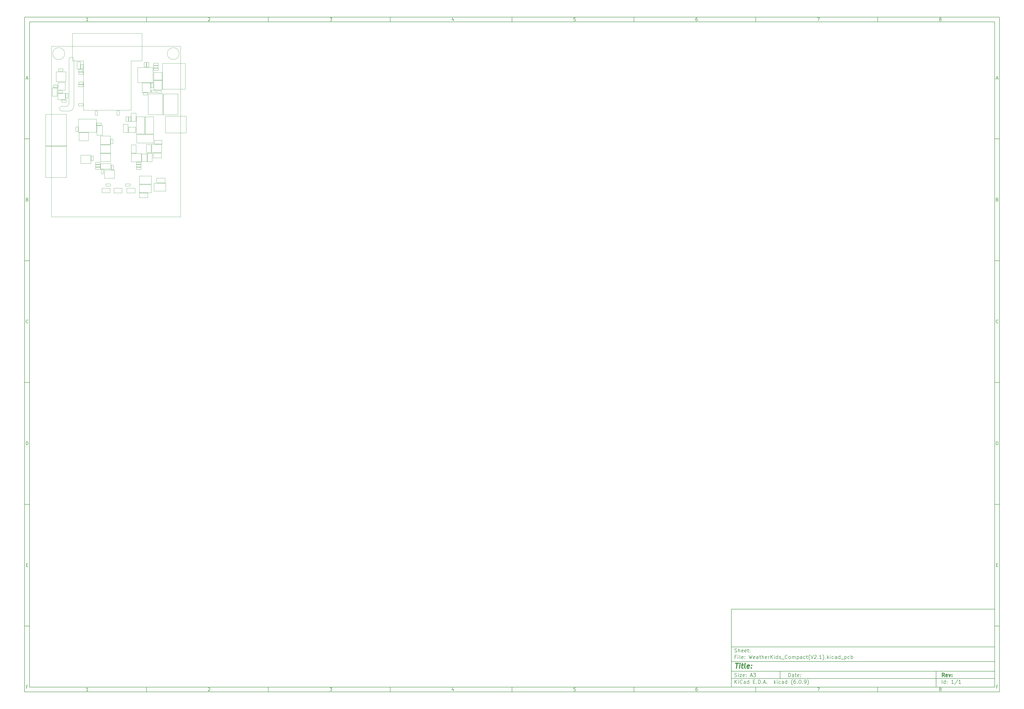
<source format=gbr>
%TF.GenerationSoftware,KiCad,Pcbnew,(6.0.9)*%
%TF.CreationDate,2023-07-18T14:40:25+05:30*%
%TF.ProjectId,WeatherKids_Compact(V2.1),57656174-6865-4724-9b69-64735f436f6d,rev?*%
%TF.SameCoordinates,PX1406f40PY14fb180*%
%TF.FileFunction,Other,User*%
%FSLAX46Y46*%
G04 Gerber Fmt 4.6, Leading zero omitted, Abs format (unit mm)*
G04 Created by KiCad (PCBNEW (6.0.9)) date 2023-07-18 14:40:25*
%MOMM*%
%LPD*%
G01*
G04 APERTURE LIST*
%ADD10C,0.100000*%
%ADD11C,0.150000*%
%ADD12C,0.300000*%
%ADD13C,0.400000*%
%TA.AperFunction,Profile*%
%ADD14C,0.050000*%
%TD*%
%ADD15C,0.050000*%
%ADD16C,0.076200*%
G04 APERTURE END LIST*
D10*
D11*
X278989000Y-231002200D02*
X278989000Y-263002200D01*
X386989000Y-263002200D01*
X386989000Y-231002200D01*
X278989000Y-231002200D01*
D10*
D11*
X-11000000Y12000000D02*
X-11000000Y-265002200D01*
X388989000Y-265002200D01*
X388989000Y12000000D01*
X-11000000Y12000000D01*
D10*
D11*
X-9000000Y10000000D02*
X-9000000Y-263002200D01*
X386989000Y-263002200D01*
X386989000Y10000000D01*
X-9000000Y10000000D01*
D10*
D11*
X39000000Y10000000D02*
X39000000Y12000000D01*
D10*
D11*
X89000000Y10000000D02*
X89000000Y12000000D01*
D10*
D11*
X139000000Y10000000D02*
X139000000Y12000000D01*
D10*
D11*
X189000000Y10000000D02*
X189000000Y12000000D01*
D10*
D11*
X239000000Y10000000D02*
X239000000Y12000000D01*
D10*
D11*
X289000000Y10000000D02*
X289000000Y12000000D01*
D10*
D11*
X339000000Y10000000D02*
X339000000Y12000000D01*
D10*
D11*
X15065476Y10411905D02*
X14322619Y10411905D01*
X14694047Y10411905D02*
X14694047Y11711905D01*
X14570238Y11526191D01*
X14446428Y11402381D01*
X14322619Y11340477D01*
D10*
D11*
X64322619Y11588096D02*
X64384523Y11650000D01*
X64508333Y11711905D01*
X64817857Y11711905D01*
X64941666Y11650000D01*
X65003571Y11588096D01*
X65065476Y11464286D01*
X65065476Y11340477D01*
X65003571Y11154762D01*
X64260714Y10411905D01*
X65065476Y10411905D01*
D10*
D11*
X114260714Y11711905D02*
X115065476Y11711905D01*
X114632142Y11216667D01*
X114817857Y11216667D01*
X114941666Y11154762D01*
X115003571Y11092858D01*
X115065476Y10969048D01*
X115065476Y10659524D01*
X115003571Y10535715D01*
X114941666Y10473810D01*
X114817857Y10411905D01*
X114446428Y10411905D01*
X114322619Y10473810D01*
X114260714Y10535715D01*
D10*
D11*
X164941666Y11278572D02*
X164941666Y10411905D01*
X164632142Y11773810D02*
X164322619Y10845239D01*
X165127380Y10845239D01*
D10*
D11*
X215003571Y11711905D02*
X214384523Y11711905D01*
X214322619Y11092858D01*
X214384523Y11154762D01*
X214508333Y11216667D01*
X214817857Y11216667D01*
X214941666Y11154762D01*
X215003571Y11092858D01*
X215065476Y10969048D01*
X215065476Y10659524D01*
X215003571Y10535715D01*
X214941666Y10473810D01*
X214817857Y10411905D01*
X214508333Y10411905D01*
X214384523Y10473810D01*
X214322619Y10535715D01*
D10*
D11*
X264941666Y11711905D02*
X264694047Y11711905D01*
X264570238Y11650000D01*
X264508333Y11588096D01*
X264384523Y11402381D01*
X264322619Y11154762D01*
X264322619Y10659524D01*
X264384523Y10535715D01*
X264446428Y10473810D01*
X264570238Y10411905D01*
X264817857Y10411905D01*
X264941666Y10473810D01*
X265003571Y10535715D01*
X265065476Y10659524D01*
X265065476Y10969048D01*
X265003571Y11092858D01*
X264941666Y11154762D01*
X264817857Y11216667D01*
X264570238Y11216667D01*
X264446428Y11154762D01*
X264384523Y11092858D01*
X264322619Y10969048D01*
D10*
D11*
X314260714Y11711905D02*
X315127380Y11711905D01*
X314570238Y10411905D01*
D10*
D11*
X364570238Y11154762D02*
X364446428Y11216667D01*
X364384523Y11278572D01*
X364322619Y11402381D01*
X364322619Y11464286D01*
X364384523Y11588096D01*
X364446428Y11650000D01*
X364570238Y11711905D01*
X364817857Y11711905D01*
X364941666Y11650000D01*
X365003571Y11588096D01*
X365065476Y11464286D01*
X365065476Y11402381D01*
X365003571Y11278572D01*
X364941666Y11216667D01*
X364817857Y11154762D01*
X364570238Y11154762D01*
X364446428Y11092858D01*
X364384523Y11030953D01*
X364322619Y10907143D01*
X364322619Y10659524D01*
X364384523Y10535715D01*
X364446428Y10473810D01*
X364570238Y10411905D01*
X364817857Y10411905D01*
X364941666Y10473810D01*
X365003571Y10535715D01*
X365065476Y10659524D01*
X365065476Y10907143D01*
X365003571Y11030953D01*
X364941666Y11092858D01*
X364817857Y11154762D01*
D10*
D11*
X39000000Y-263002200D02*
X39000000Y-265002200D01*
D10*
D11*
X89000000Y-263002200D02*
X89000000Y-265002200D01*
D10*
D11*
X139000000Y-263002200D02*
X139000000Y-265002200D01*
D10*
D11*
X189000000Y-263002200D02*
X189000000Y-265002200D01*
D10*
D11*
X239000000Y-263002200D02*
X239000000Y-265002200D01*
D10*
D11*
X289000000Y-263002200D02*
X289000000Y-265002200D01*
D10*
D11*
X339000000Y-263002200D02*
X339000000Y-265002200D01*
D10*
D11*
X15065476Y-264590295D02*
X14322619Y-264590295D01*
X14694047Y-264590295D02*
X14694047Y-263290295D01*
X14570238Y-263476009D01*
X14446428Y-263599819D01*
X14322619Y-263661723D01*
D10*
D11*
X64322619Y-263414104D02*
X64384523Y-263352200D01*
X64508333Y-263290295D01*
X64817857Y-263290295D01*
X64941666Y-263352200D01*
X65003571Y-263414104D01*
X65065476Y-263537914D01*
X65065476Y-263661723D01*
X65003571Y-263847438D01*
X64260714Y-264590295D01*
X65065476Y-264590295D01*
D10*
D11*
X114260714Y-263290295D02*
X115065476Y-263290295D01*
X114632142Y-263785533D01*
X114817857Y-263785533D01*
X114941666Y-263847438D01*
X115003571Y-263909342D01*
X115065476Y-264033152D01*
X115065476Y-264342676D01*
X115003571Y-264466485D01*
X114941666Y-264528390D01*
X114817857Y-264590295D01*
X114446428Y-264590295D01*
X114322619Y-264528390D01*
X114260714Y-264466485D01*
D10*
D11*
X164941666Y-263723628D02*
X164941666Y-264590295D01*
X164632142Y-263228390D02*
X164322619Y-264156961D01*
X165127380Y-264156961D01*
D10*
D11*
X215003571Y-263290295D02*
X214384523Y-263290295D01*
X214322619Y-263909342D01*
X214384523Y-263847438D01*
X214508333Y-263785533D01*
X214817857Y-263785533D01*
X214941666Y-263847438D01*
X215003571Y-263909342D01*
X215065476Y-264033152D01*
X215065476Y-264342676D01*
X215003571Y-264466485D01*
X214941666Y-264528390D01*
X214817857Y-264590295D01*
X214508333Y-264590295D01*
X214384523Y-264528390D01*
X214322619Y-264466485D01*
D10*
D11*
X264941666Y-263290295D02*
X264694047Y-263290295D01*
X264570238Y-263352200D01*
X264508333Y-263414104D01*
X264384523Y-263599819D01*
X264322619Y-263847438D01*
X264322619Y-264342676D01*
X264384523Y-264466485D01*
X264446428Y-264528390D01*
X264570238Y-264590295D01*
X264817857Y-264590295D01*
X264941666Y-264528390D01*
X265003571Y-264466485D01*
X265065476Y-264342676D01*
X265065476Y-264033152D01*
X265003571Y-263909342D01*
X264941666Y-263847438D01*
X264817857Y-263785533D01*
X264570238Y-263785533D01*
X264446428Y-263847438D01*
X264384523Y-263909342D01*
X264322619Y-264033152D01*
D10*
D11*
X314260714Y-263290295D02*
X315127380Y-263290295D01*
X314570238Y-264590295D01*
D10*
D11*
X364570238Y-263847438D02*
X364446428Y-263785533D01*
X364384523Y-263723628D01*
X364322619Y-263599819D01*
X364322619Y-263537914D01*
X364384523Y-263414104D01*
X364446428Y-263352200D01*
X364570238Y-263290295D01*
X364817857Y-263290295D01*
X364941666Y-263352200D01*
X365003571Y-263414104D01*
X365065476Y-263537914D01*
X365065476Y-263599819D01*
X365003571Y-263723628D01*
X364941666Y-263785533D01*
X364817857Y-263847438D01*
X364570238Y-263847438D01*
X364446428Y-263909342D01*
X364384523Y-263971247D01*
X364322619Y-264095057D01*
X364322619Y-264342676D01*
X364384523Y-264466485D01*
X364446428Y-264528390D01*
X364570238Y-264590295D01*
X364817857Y-264590295D01*
X364941666Y-264528390D01*
X365003571Y-264466485D01*
X365065476Y-264342676D01*
X365065476Y-264095057D01*
X365003571Y-263971247D01*
X364941666Y-263909342D01*
X364817857Y-263847438D01*
D10*
D11*
X-11000000Y-38000000D02*
X-9000000Y-38000000D01*
D10*
D11*
X-11000000Y-88000000D02*
X-9000000Y-88000000D01*
D10*
D11*
X-11000000Y-138000000D02*
X-9000000Y-138000000D01*
D10*
D11*
X-11000000Y-188000000D02*
X-9000000Y-188000000D01*
D10*
D11*
X-11000000Y-238000000D02*
X-9000000Y-238000000D01*
D10*
D11*
X-10309524Y-13216666D02*
X-9690477Y-13216666D01*
X-10433334Y-13588095D02*
X-10000000Y-12288095D01*
X-9566667Y-13588095D01*
D10*
D11*
X-9907143Y-62907142D02*
X-9721429Y-62969047D01*
X-9659524Y-63030952D01*
X-9597620Y-63154761D01*
X-9597620Y-63340476D01*
X-9659524Y-63464285D01*
X-9721429Y-63526190D01*
X-9845239Y-63588095D01*
X-10340477Y-63588095D01*
X-10340477Y-62288095D01*
X-9907143Y-62288095D01*
X-9783334Y-62350000D01*
X-9721429Y-62411904D01*
X-9659524Y-62535714D01*
X-9659524Y-62659523D01*
X-9721429Y-62783333D01*
X-9783334Y-62845238D01*
X-9907143Y-62907142D01*
X-10340477Y-62907142D01*
D10*
D11*
X-9597620Y-113464285D02*
X-9659524Y-113526190D01*
X-9845239Y-113588095D01*
X-9969048Y-113588095D01*
X-10154762Y-113526190D01*
X-10278572Y-113402380D01*
X-10340477Y-113278571D01*
X-10402381Y-113030952D01*
X-10402381Y-112845238D01*
X-10340477Y-112597619D01*
X-10278572Y-112473809D01*
X-10154762Y-112350000D01*
X-9969048Y-112288095D01*
X-9845239Y-112288095D01*
X-9659524Y-112350000D01*
X-9597620Y-112411904D01*
D10*
D11*
X-10340477Y-163588095D02*
X-10340477Y-162288095D01*
X-10030953Y-162288095D01*
X-9845239Y-162350000D01*
X-9721429Y-162473809D01*
X-9659524Y-162597619D01*
X-9597620Y-162845238D01*
X-9597620Y-163030952D01*
X-9659524Y-163278571D01*
X-9721429Y-163402380D01*
X-9845239Y-163526190D01*
X-10030953Y-163588095D01*
X-10340477Y-163588095D01*
D10*
D11*
X-10278572Y-212907142D02*
X-9845239Y-212907142D01*
X-9659524Y-213588095D02*
X-10278572Y-213588095D01*
X-10278572Y-212288095D01*
X-9659524Y-212288095D01*
D10*
D11*
X-9814286Y-262907142D02*
X-10247620Y-262907142D01*
X-10247620Y-263588095D02*
X-10247620Y-262288095D01*
X-9628572Y-262288095D01*
D10*
D11*
X388989000Y-38000000D02*
X386989000Y-38000000D01*
D10*
D11*
X388989000Y-88000000D02*
X386989000Y-88000000D01*
D10*
D11*
X388989000Y-138000000D02*
X386989000Y-138000000D01*
D10*
D11*
X388989000Y-188000000D02*
X386989000Y-188000000D01*
D10*
D11*
X388989000Y-238000000D02*
X386989000Y-238000000D01*
D10*
D11*
X387679476Y-13216666D02*
X388298523Y-13216666D01*
X387555666Y-13588095D02*
X387989000Y-12288095D01*
X388422333Y-13588095D01*
D10*
D11*
X388081857Y-62907142D02*
X388267571Y-62969047D01*
X388329476Y-63030952D01*
X388391380Y-63154761D01*
X388391380Y-63340476D01*
X388329476Y-63464285D01*
X388267571Y-63526190D01*
X388143761Y-63588095D01*
X387648523Y-63588095D01*
X387648523Y-62288095D01*
X388081857Y-62288095D01*
X388205666Y-62350000D01*
X388267571Y-62411904D01*
X388329476Y-62535714D01*
X388329476Y-62659523D01*
X388267571Y-62783333D01*
X388205666Y-62845238D01*
X388081857Y-62907142D01*
X387648523Y-62907142D01*
D10*
D11*
X388391380Y-113464285D02*
X388329476Y-113526190D01*
X388143761Y-113588095D01*
X388019952Y-113588095D01*
X387834238Y-113526190D01*
X387710428Y-113402380D01*
X387648523Y-113278571D01*
X387586619Y-113030952D01*
X387586619Y-112845238D01*
X387648523Y-112597619D01*
X387710428Y-112473809D01*
X387834238Y-112350000D01*
X388019952Y-112288095D01*
X388143761Y-112288095D01*
X388329476Y-112350000D01*
X388391380Y-112411904D01*
D10*
D11*
X387648523Y-163588095D02*
X387648523Y-162288095D01*
X387958047Y-162288095D01*
X388143761Y-162350000D01*
X388267571Y-162473809D01*
X388329476Y-162597619D01*
X388391380Y-162845238D01*
X388391380Y-163030952D01*
X388329476Y-163278571D01*
X388267571Y-163402380D01*
X388143761Y-163526190D01*
X387958047Y-163588095D01*
X387648523Y-163588095D01*
D10*
D11*
X387710428Y-212907142D02*
X388143761Y-212907142D01*
X388329476Y-213588095D02*
X387710428Y-213588095D01*
X387710428Y-212288095D01*
X388329476Y-212288095D01*
D10*
D11*
X388174714Y-262907142D02*
X387741380Y-262907142D01*
X387741380Y-263588095D02*
X387741380Y-262288095D01*
X388360428Y-262288095D01*
D10*
D11*
X302421142Y-258780771D02*
X302421142Y-257280771D01*
X302778285Y-257280771D01*
X302992571Y-257352200D01*
X303135428Y-257495057D01*
X303206857Y-257637914D01*
X303278285Y-257923628D01*
X303278285Y-258137914D01*
X303206857Y-258423628D01*
X303135428Y-258566485D01*
X302992571Y-258709342D01*
X302778285Y-258780771D01*
X302421142Y-258780771D01*
X304564000Y-258780771D02*
X304564000Y-257995057D01*
X304492571Y-257852200D01*
X304349714Y-257780771D01*
X304064000Y-257780771D01*
X303921142Y-257852200D01*
X304564000Y-258709342D02*
X304421142Y-258780771D01*
X304064000Y-258780771D01*
X303921142Y-258709342D01*
X303849714Y-258566485D01*
X303849714Y-258423628D01*
X303921142Y-258280771D01*
X304064000Y-258209342D01*
X304421142Y-258209342D01*
X304564000Y-258137914D01*
X305064000Y-257780771D02*
X305635428Y-257780771D01*
X305278285Y-257280771D02*
X305278285Y-258566485D01*
X305349714Y-258709342D01*
X305492571Y-258780771D01*
X305635428Y-258780771D01*
X306706857Y-258709342D02*
X306564000Y-258780771D01*
X306278285Y-258780771D01*
X306135428Y-258709342D01*
X306064000Y-258566485D01*
X306064000Y-257995057D01*
X306135428Y-257852200D01*
X306278285Y-257780771D01*
X306564000Y-257780771D01*
X306706857Y-257852200D01*
X306778285Y-257995057D01*
X306778285Y-258137914D01*
X306064000Y-258280771D01*
X307421142Y-258637914D02*
X307492571Y-258709342D01*
X307421142Y-258780771D01*
X307349714Y-258709342D01*
X307421142Y-258637914D01*
X307421142Y-258780771D01*
X307421142Y-257852200D02*
X307492571Y-257923628D01*
X307421142Y-257995057D01*
X307349714Y-257923628D01*
X307421142Y-257852200D01*
X307421142Y-257995057D01*
D10*
D11*
X278989000Y-259502200D02*
X386989000Y-259502200D01*
D10*
D11*
X280421142Y-261580771D02*
X280421142Y-260080771D01*
X281278285Y-261580771D02*
X280635428Y-260723628D01*
X281278285Y-260080771D02*
X280421142Y-260937914D01*
X281921142Y-261580771D02*
X281921142Y-260580771D01*
X281921142Y-260080771D02*
X281849714Y-260152200D01*
X281921142Y-260223628D01*
X281992571Y-260152200D01*
X281921142Y-260080771D01*
X281921142Y-260223628D01*
X283492571Y-261437914D02*
X283421142Y-261509342D01*
X283206857Y-261580771D01*
X283064000Y-261580771D01*
X282849714Y-261509342D01*
X282706857Y-261366485D01*
X282635428Y-261223628D01*
X282564000Y-260937914D01*
X282564000Y-260723628D01*
X282635428Y-260437914D01*
X282706857Y-260295057D01*
X282849714Y-260152200D01*
X283064000Y-260080771D01*
X283206857Y-260080771D01*
X283421142Y-260152200D01*
X283492571Y-260223628D01*
X284778285Y-261580771D02*
X284778285Y-260795057D01*
X284706857Y-260652200D01*
X284564000Y-260580771D01*
X284278285Y-260580771D01*
X284135428Y-260652200D01*
X284778285Y-261509342D02*
X284635428Y-261580771D01*
X284278285Y-261580771D01*
X284135428Y-261509342D01*
X284064000Y-261366485D01*
X284064000Y-261223628D01*
X284135428Y-261080771D01*
X284278285Y-261009342D01*
X284635428Y-261009342D01*
X284778285Y-260937914D01*
X286135428Y-261580771D02*
X286135428Y-260080771D01*
X286135428Y-261509342D02*
X285992571Y-261580771D01*
X285706857Y-261580771D01*
X285564000Y-261509342D01*
X285492571Y-261437914D01*
X285421142Y-261295057D01*
X285421142Y-260866485D01*
X285492571Y-260723628D01*
X285564000Y-260652200D01*
X285706857Y-260580771D01*
X285992571Y-260580771D01*
X286135428Y-260652200D01*
X287992571Y-260795057D02*
X288492571Y-260795057D01*
X288706857Y-261580771D02*
X287992571Y-261580771D01*
X287992571Y-260080771D01*
X288706857Y-260080771D01*
X289349714Y-261437914D02*
X289421142Y-261509342D01*
X289349714Y-261580771D01*
X289278285Y-261509342D01*
X289349714Y-261437914D01*
X289349714Y-261580771D01*
X290064000Y-261580771D02*
X290064000Y-260080771D01*
X290421142Y-260080771D01*
X290635428Y-260152200D01*
X290778285Y-260295057D01*
X290849714Y-260437914D01*
X290921142Y-260723628D01*
X290921142Y-260937914D01*
X290849714Y-261223628D01*
X290778285Y-261366485D01*
X290635428Y-261509342D01*
X290421142Y-261580771D01*
X290064000Y-261580771D01*
X291564000Y-261437914D02*
X291635428Y-261509342D01*
X291564000Y-261580771D01*
X291492571Y-261509342D01*
X291564000Y-261437914D01*
X291564000Y-261580771D01*
X292206857Y-261152200D02*
X292921142Y-261152200D01*
X292064000Y-261580771D02*
X292564000Y-260080771D01*
X293064000Y-261580771D01*
X293564000Y-261437914D02*
X293635428Y-261509342D01*
X293564000Y-261580771D01*
X293492571Y-261509342D01*
X293564000Y-261437914D01*
X293564000Y-261580771D01*
X296564000Y-261580771D02*
X296564000Y-260080771D01*
X296706857Y-261009342D02*
X297135428Y-261580771D01*
X297135428Y-260580771D02*
X296564000Y-261152200D01*
X297778285Y-261580771D02*
X297778285Y-260580771D01*
X297778285Y-260080771D02*
X297706857Y-260152200D01*
X297778285Y-260223628D01*
X297849714Y-260152200D01*
X297778285Y-260080771D01*
X297778285Y-260223628D01*
X299135428Y-261509342D02*
X298992571Y-261580771D01*
X298706857Y-261580771D01*
X298564000Y-261509342D01*
X298492571Y-261437914D01*
X298421142Y-261295057D01*
X298421142Y-260866485D01*
X298492571Y-260723628D01*
X298564000Y-260652200D01*
X298706857Y-260580771D01*
X298992571Y-260580771D01*
X299135428Y-260652200D01*
X300421142Y-261580771D02*
X300421142Y-260795057D01*
X300349714Y-260652200D01*
X300206857Y-260580771D01*
X299921142Y-260580771D01*
X299778285Y-260652200D01*
X300421142Y-261509342D02*
X300278285Y-261580771D01*
X299921142Y-261580771D01*
X299778285Y-261509342D01*
X299706857Y-261366485D01*
X299706857Y-261223628D01*
X299778285Y-261080771D01*
X299921142Y-261009342D01*
X300278285Y-261009342D01*
X300421142Y-260937914D01*
X301778285Y-261580771D02*
X301778285Y-260080771D01*
X301778285Y-261509342D02*
X301635428Y-261580771D01*
X301349714Y-261580771D01*
X301206857Y-261509342D01*
X301135428Y-261437914D01*
X301064000Y-261295057D01*
X301064000Y-260866485D01*
X301135428Y-260723628D01*
X301206857Y-260652200D01*
X301349714Y-260580771D01*
X301635428Y-260580771D01*
X301778285Y-260652200D01*
X304064000Y-262152200D02*
X303992571Y-262080771D01*
X303849714Y-261866485D01*
X303778285Y-261723628D01*
X303706857Y-261509342D01*
X303635428Y-261152200D01*
X303635428Y-260866485D01*
X303706857Y-260509342D01*
X303778285Y-260295057D01*
X303849714Y-260152200D01*
X303992571Y-259937914D01*
X304064000Y-259866485D01*
X305278285Y-260080771D02*
X304992571Y-260080771D01*
X304849714Y-260152200D01*
X304778285Y-260223628D01*
X304635428Y-260437914D01*
X304564000Y-260723628D01*
X304564000Y-261295057D01*
X304635428Y-261437914D01*
X304706857Y-261509342D01*
X304849714Y-261580771D01*
X305135428Y-261580771D01*
X305278285Y-261509342D01*
X305349714Y-261437914D01*
X305421142Y-261295057D01*
X305421142Y-260937914D01*
X305349714Y-260795057D01*
X305278285Y-260723628D01*
X305135428Y-260652200D01*
X304849714Y-260652200D01*
X304706857Y-260723628D01*
X304635428Y-260795057D01*
X304564000Y-260937914D01*
X306064000Y-261437914D02*
X306135428Y-261509342D01*
X306064000Y-261580771D01*
X305992571Y-261509342D01*
X306064000Y-261437914D01*
X306064000Y-261580771D01*
X307064000Y-260080771D02*
X307206857Y-260080771D01*
X307349714Y-260152200D01*
X307421142Y-260223628D01*
X307492571Y-260366485D01*
X307564000Y-260652200D01*
X307564000Y-261009342D01*
X307492571Y-261295057D01*
X307421142Y-261437914D01*
X307349714Y-261509342D01*
X307206857Y-261580771D01*
X307064000Y-261580771D01*
X306921142Y-261509342D01*
X306849714Y-261437914D01*
X306778285Y-261295057D01*
X306706857Y-261009342D01*
X306706857Y-260652200D01*
X306778285Y-260366485D01*
X306849714Y-260223628D01*
X306921142Y-260152200D01*
X307064000Y-260080771D01*
X308206857Y-261437914D02*
X308278285Y-261509342D01*
X308206857Y-261580771D01*
X308135428Y-261509342D01*
X308206857Y-261437914D01*
X308206857Y-261580771D01*
X308992571Y-261580771D02*
X309278285Y-261580771D01*
X309421142Y-261509342D01*
X309492571Y-261437914D01*
X309635428Y-261223628D01*
X309706857Y-260937914D01*
X309706857Y-260366485D01*
X309635428Y-260223628D01*
X309564000Y-260152200D01*
X309421142Y-260080771D01*
X309135428Y-260080771D01*
X308992571Y-260152200D01*
X308921142Y-260223628D01*
X308849714Y-260366485D01*
X308849714Y-260723628D01*
X308921142Y-260866485D01*
X308992571Y-260937914D01*
X309135428Y-261009342D01*
X309421142Y-261009342D01*
X309564000Y-260937914D01*
X309635428Y-260866485D01*
X309706857Y-260723628D01*
X310206857Y-262152200D02*
X310278285Y-262080771D01*
X310421142Y-261866485D01*
X310492571Y-261723628D01*
X310564000Y-261509342D01*
X310635428Y-261152200D01*
X310635428Y-260866485D01*
X310564000Y-260509342D01*
X310492571Y-260295057D01*
X310421142Y-260152200D01*
X310278285Y-259937914D01*
X310206857Y-259866485D01*
D10*
D11*
X278989000Y-256502200D02*
X386989000Y-256502200D01*
D10*
D12*
X366398285Y-258780771D02*
X365898285Y-258066485D01*
X365541142Y-258780771D02*
X365541142Y-257280771D01*
X366112571Y-257280771D01*
X366255428Y-257352200D01*
X366326857Y-257423628D01*
X366398285Y-257566485D01*
X366398285Y-257780771D01*
X366326857Y-257923628D01*
X366255428Y-257995057D01*
X366112571Y-258066485D01*
X365541142Y-258066485D01*
X367612571Y-258709342D02*
X367469714Y-258780771D01*
X367184000Y-258780771D01*
X367041142Y-258709342D01*
X366969714Y-258566485D01*
X366969714Y-257995057D01*
X367041142Y-257852200D01*
X367184000Y-257780771D01*
X367469714Y-257780771D01*
X367612571Y-257852200D01*
X367684000Y-257995057D01*
X367684000Y-258137914D01*
X366969714Y-258280771D01*
X368184000Y-257780771D02*
X368541142Y-258780771D01*
X368898285Y-257780771D01*
X369469714Y-258637914D02*
X369541142Y-258709342D01*
X369469714Y-258780771D01*
X369398285Y-258709342D01*
X369469714Y-258637914D01*
X369469714Y-258780771D01*
X369469714Y-257852200D02*
X369541142Y-257923628D01*
X369469714Y-257995057D01*
X369398285Y-257923628D01*
X369469714Y-257852200D01*
X369469714Y-257995057D01*
D10*
D11*
X280349714Y-258709342D02*
X280564000Y-258780771D01*
X280921142Y-258780771D01*
X281064000Y-258709342D01*
X281135428Y-258637914D01*
X281206857Y-258495057D01*
X281206857Y-258352200D01*
X281135428Y-258209342D01*
X281064000Y-258137914D01*
X280921142Y-258066485D01*
X280635428Y-257995057D01*
X280492571Y-257923628D01*
X280421142Y-257852200D01*
X280349714Y-257709342D01*
X280349714Y-257566485D01*
X280421142Y-257423628D01*
X280492571Y-257352200D01*
X280635428Y-257280771D01*
X280992571Y-257280771D01*
X281206857Y-257352200D01*
X281849714Y-258780771D02*
X281849714Y-257780771D01*
X281849714Y-257280771D02*
X281778285Y-257352200D01*
X281849714Y-257423628D01*
X281921142Y-257352200D01*
X281849714Y-257280771D01*
X281849714Y-257423628D01*
X282421142Y-257780771D02*
X283206857Y-257780771D01*
X282421142Y-258780771D01*
X283206857Y-258780771D01*
X284349714Y-258709342D02*
X284206857Y-258780771D01*
X283921142Y-258780771D01*
X283778285Y-258709342D01*
X283706857Y-258566485D01*
X283706857Y-257995057D01*
X283778285Y-257852200D01*
X283921142Y-257780771D01*
X284206857Y-257780771D01*
X284349714Y-257852200D01*
X284421142Y-257995057D01*
X284421142Y-258137914D01*
X283706857Y-258280771D01*
X285064000Y-258637914D02*
X285135428Y-258709342D01*
X285064000Y-258780771D01*
X284992571Y-258709342D01*
X285064000Y-258637914D01*
X285064000Y-258780771D01*
X285064000Y-257852200D02*
X285135428Y-257923628D01*
X285064000Y-257995057D01*
X284992571Y-257923628D01*
X285064000Y-257852200D01*
X285064000Y-257995057D01*
X286849714Y-258352200D02*
X287564000Y-258352200D01*
X286706857Y-258780771D02*
X287206857Y-257280771D01*
X287706857Y-258780771D01*
X288064000Y-257280771D02*
X288992571Y-257280771D01*
X288492571Y-257852200D01*
X288706857Y-257852200D01*
X288849714Y-257923628D01*
X288921142Y-257995057D01*
X288992571Y-258137914D01*
X288992571Y-258495057D01*
X288921142Y-258637914D01*
X288849714Y-258709342D01*
X288706857Y-258780771D01*
X288278285Y-258780771D01*
X288135428Y-258709342D01*
X288064000Y-258637914D01*
D10*
D11*
X365421142Y-261580771D02*
X365421142Y-260080771D01*
X366778285Y-261580771D02*
X366778285Y-260080771D01*
X366778285Y-261509342D02*
X366635428Y-261580771D01*
X366349714Y-261580771D01*
X366206857Y-261509342D01*
X366135428Y-261437914D01*
X366064000Y-261295057D01*
X366064000Y-260866485D01*
X366135428Y-260723628D01*
X366206857Y-260652200D01*
X366349714Y-260580771D01*
X366635428Y-260580771D01*
X366778285Y-260652200D01*
X367492571Y-261437914D02*
X367564000Y-261509342D01*
X367492571Y-261580771D01*
X367421142Y-261509342D01*
X367492571Y-261437914D01*
X367492571Y-261580771D01*
X367492571Y-260652200D02*
X367564000Y-260723628D01*
X367492571Y-260795057D01*
X367421142Y-260723628D01*
X367492571Y-260652200D01*
X367492571Y-260795057D01*
X370135428Y-261580771D02*
X369278285Y-261580771D01*
X369706857Y-261580771D02*
X369706857Y-260080771D01*
X369564000Y-260295057D01*
X369421142Y-260437914D01*
X369278285Y-260509342D01*
X371849714Y-260009342D02*
X370564000Y-261937914D01*
X373135428Y-261580771D02*
X372278285Y-261580771D01*
X372706857Y-261580771D02*
X372706857Y-260080771D01*
X372564000Y-260295057D01*
X372421142Y-260437914D01*
X372278285Y-260509342D01*
D10*
D11*
X278989000Y-252502200D02*
X386989000Y-252502200D01*
D10*
D13*
X280701380Y-253206961D02*
X281844238Y-253206961D01*
X281022809Y-255206961D02*
X281272809Y-253206961D01*
X282260904Y-255206961D02*
X282427571Y-253873628D01*
X282510904Y-253206961D02*
X282403761Y-253302200D01*
X282487095Y-253397438D01*
X282594238Y-253302200D01*
X282510904Y-253206961D01*
X282487095Y-253397438D01*
X283094238Y-253873628D02*
X283856142Y-253873628D01*
X283463285Y-253206961D02*
X283249000Y-254921247D01*
X283320428Y-255111723D01*
X283499000Y-255206961D01*
X283689476Y-255206961D01*
X284641857Y-255206961D02*
X284463285Y-255111723D01*
X284391857Y-254921247D01*
X284606142Y-253206961D01*
X286177571Y-255111723D02*
X285975190Y-255206961D01*
X285594238Y-255206961D01*
X285415666Y-255111723D01*
X285344238Y-254921247D01*
X285439476Y-254159342D01*
X285558523Y-253968866D01*
X285760904Y-253873628D01*
X286141857Y-253873628D01*
X286320428Y-253968866D01*
X286391857Y-254159342D01*
X286368047Y-254349819D01*
X285391857Y-254540295D01*
X287141857Y-255016485D02*
X287225190Y-255111723D01*
X287118047Y-255206961D01*
X287034714Y-255111723D01*
X287141857Y-255016485D01*
X287118047Y-255206961D01*
X287272809Y-253968866D02*
X287356142Y-254064104D01*
X287249000Y-254159342D01*
X287165666Y-254064104D01*
X287272809Y-253968866D01*
X287249000Y-254159342D01*
D10*
D11*
X280921142Y-250595057D02*
X280421142Y-250595057D01*
X280421142Y-251380771D02*
X280421142Y-249880771D01*
X281135428Y-249880771D01*
X281706857Y-251380771D02*
X281706857Y-250380771D01*
X281706857Y-249880771D02*
X281635428Y-249952200D01*
X281706857Y-250023628D01*
X281778285Y-249952200D01*
X281706857Y-249880771D01*
X281706857Y-250023628D01*
X282635428Y-251380771D02*
X282492571Y-251309342D01*
X282421142Y-251166485D01*
X282421142Y-249880771D01*
X283778285Y-251309342D02*
X283635428Y-251380771D01*
X283349714Y-251380771D01*
X283206857Y-251309342D01*
X283135428Y-251166485D01*
X283135428Y-250595057D01*
X283206857Y-250452200D01*
X283349714Y-250380771D01*
X283635428Y-250380771D01*
X283778285Y-250452200D01*
X283849714Y-250595057D01*
X283849714Y-250737914D01*
X283135428Y-250880771D01*
X284492571Y-251237914D02*
X284564000Y-251309342D01*
X284492571Y-251380771D01*
X284421142Y-251309342D01*
X284492571Y-251237914D01*
X284492571Y-251380771D01*
X284492571Y-250452200D02*
X284564000Y-250523628D01*
X284492571Y-250595057D01*
X284421142Y-250523628D01*
X284492571Y-250452200D01*
X284492571Y-250595057D01*
X286206857Y-249880771D02*
X286564000Y-251380771D01*
X286849714Y-250309342D01*
X287135428Y-251380771D01*
X287492571Y-249880771D01*
X288635428Y-251309342D02*
X288492571Y-251380771D01*
X288206857Y-251380771D01*
X288064000Y-251309342D01*
X287992571Y-251166485D01*
X287992571Y-250595057D01*
X288064000Y-250452200D01*
X288206857Y-250380771D01*
X288492571Y-250380771D01*
X288635428Y-250452200D01*
X288706857Y-250595057D01*
X288706857Y-250737914D01*
X287992571Y-250880771D01*
X289992571Y-251380771D02*
X289992571Y-250595057D01*
X289921142Y-250452200D01*
X289778285Y-250380771D01*
X289492571Y-250380771D01*
X289349714Y-250452200D01*
X289992571Y-251309342D02*
X289849714Y-251380771D01*
X289492571Y-251380771D01*
X289349714Y-251309342D01*
X289278285Y-251166485D01*
X289278285Y-251023628D01*
X289349714Y-250880771D01*
X289492571Y-250809342D01*
X289849714Y-250809342D01*
X289992571Y-250737914D01*
X290492571Y-250380771D02*
X291064000Y-250380771D01*
X290706857Y-249880771D02*
X290706857Y-251166485D01*
X290778285Y-251309342D01*
X290921142Y-251380771D01*
X291064000Y-251380771D01*
X291564000Y-251380771D02*
X291564000Y-249880771D01*
X292206857Y-251380771D02*
X292206857Y-250595057D01*
X292135428Y-250452200D01*
X291992571Y-250380771D01*
X291778285Y-250380771D01*
X291635428Y-250452200D01*
X291564000Y-250523628D01*
X293492571Y-251309342D02*
X293349714Y-251380771D01*
X293064000Y-251380771D01*
X292921142Y-251309342D01*
X292849714Y-251166485D01*
X292849714Y-250595057D01*
X292921142Y-250452200D01*
X293064000Y-250380771D01*
X293349714Y-250380771D01*
X293492571Y-250452200D01*
X293564000Y-250595057D01*
X293564000Y-250737914D01*
X292849714Y-250880771D01*
X294206857Y-251380771D02*
X294206857Y-250380771D01*
X294206857Y-250666485D02*
X294278285Y-250523628D01*
X294349714Y-250452200D01*
X294492571Y-250380771D01*
X294635428Y-250380771D01*
X295135428Y-251380771D02*
X295135428Y-249880771D01*
X295992571Y-251380771D02*
X295349714Y-250523628D01*
X295992571Y-249880771D02*
X295135428Y-250737914D01*
X296635428Y-251380771D02*
X296635428Y-250380771D01*
X296635428Y-249880771D02*
X296564000Y-249952200D01*
X296635428Y-250023628D01*
X296706857Y-249952200D01*
X296635428Y-249880771D01*
X296635428Y-250023628D01*
X297992571Y-251380771D02*
X297992571Y-249880771D01*
X297992571Y-251309342D02*
X297849714Y-251380771D01*
X297564000Y-251380771D01*
X297421142Y-251309342D01*
X297349714Y-251237914D01*
X297278285Y-251095057D01*
X297278285Y-250666485D01*
X297349714Y-250523628D01*
X297421142Y-250452200D01*
X297564000Y-250380771D01*
X297849714Y-250380771D01*
X297992571Y-250452200D01*
X298635428Y-251309342D02*
X298778285Y-251380771D01*
X299064000Y-251380771D01*
X299206857Y-251309342D01*
X299278285Y-251166485D01*
X299278285Y-251095057D01*
X299206857Y-250952200D01*
X299064000Y-250880771D01*
X298849714Y-250880771D01*
X298706857Y-250809342D01*
X298635428Y-250666485D01*
X298635428Y-250595057D01*
X298706857Y-250452200D01*
X298849714Y-250380771D01*
X299064000Y-250380771D01*
X299206857Y-250452200D01*
X299564000Y-251523628D02*
X300706857Y-251523628D01*
X301921142Y-251237914D02*
X301849714Y-251309342D01*
X301635428Y-251380771D01*
X301492571Y-251380771D01*
X301278285Y-251309342D01*
X301135428Y-251166485D01*
X301064000Y-251023628D01*
X300992571Y-250737914D01*
X300992571Y-250523628D01*
X301064000Y-250237914D01*
X301135428Y-250095057D01*
X301278285Y-249952200D01*
X301492571Y-249880771D01*
X301635428Y-249880771D01*
X301849714Y-249952200D01*
X301921142Y-250023628D01*
X302778285Y-251380771D02*
X302635428Y-251309342D01*
X302564000Y-251237914D01*
X302492571Y-251095057D01*
X302492571Y-250666485D01*
X302564000Y-250523628D01*
X302635428Y-250452200D01*
X302778285Y-250380771D01*
X302992571Y-250380771D01*
X303135428Y-250452200D01*
X303206857Y-250523628D01*
X303278285Y-250666485D01*
X303278285Y-251095057D01*
X303206857Y-251237914D01*
X303135428Y-251309342D01*
X302992571Y-251380771D01*
X302778285Y-251380771D01*
X303921142Y-251380771D02*
X303921142Y-250380771D01*
X303921142Y-250523628D02*
X303992571Y-250452200D01*
X304135428Y-250380771D01*
X304349714Y-250380771D01*
X304492571Y-250452200D01*
X304564000Y-250595057D01*
X304564000Y-251380771D01*
X304564000Y-250595057D02*
X304635428Y-250452200D01*
X304778285Y-250380771D01*
X304992571Y-250380771D01*
X305135428Y-250452200D01*
X305206857Y-250595057D01*
X305206857Y-251380771D01*
X305921142Y-250380771D02*
X305921142Y-251880771D01*
X305921142Y-250452200D02*
X306064000Y-250380771D01*
X306349714Y-250380771D01*
X306492571Y-250452200D01*
X306564000Y-250523628D01*
X306635428Y-250666485D01*
X306635428Y-251095057D01*
X306564000Y-251237914D01*
X306492571Y-251309342D01*
X306349714Y-251380771D01*
X306064000Y-251380771D01*
X305921142Y-251309342D01*
X307921142Y-251380771D02*
X307921142Y-250595057D01*
X307849714Y-250452200D01*
X307706857Y-250380771D01*
X307421142Y-250380771D01*
X307278285Y-250452200D01*
X307921142Y-251309342D02*
X307778285Y-251380771D01*
X307421142Y-251380771D01*
X307278285Y-251309342D01*
X307206857Y-251166485D01*
X307206857Y-251023628D01*
X307278285Y-250880771D01*
X307421142Y-250809342D01*
X307778285Y-250809342D01*
X307921142Y-250737914D01*
X309278285Y-251309342D02*
X309135428Y-251380771D01*
X308849714Y-251380771D01*
X308706857Y-251309342D01*
X308635428Y-251237914D01*
X308564000Y-251095057D01*
X308564000Y-250666485D01*
X308635428Y-250523628D01*
X308706857Y-250452200D01*
X308849714Y-250380771D01*
X309135428Y-250380771D01*
X309278285Y-250452200D01*
X309706857Y-250380771D02*
X310278285Y-250380771D01*
X309921142Y-249880771D02*
X309921142Y-251166485D01*
X309992571Y-251309342D01*
X310135428Y-251380771D01*
X310278285Y-251380771D01*
X311206857Y-251952200D02*
X311135428Y-251880771D01*
X310992571Y-251666485D01*
X310921142Y-251523628D01*
X310849714Y-251309342D01*
X310778285Y-250952200D01*
X310778285Y-250666485D01*
X310849714Y-250309342D01*
X310921142Y-250095057D01*
X310992571Y-249952200D01*
X311135428Y-249737914D01*
X311206857Y-249666485D01*
X311564000Y-249880771D02*
X312064000Y-251380771D01*
X312564000Y-249880771D01*
X312992571Y-250023628D02*
X313064000Y-249952200D01*
X313206857Y-249880771D01*
X313564000Y-249880771D01*
X313706857Y-249952200D01*
X313778285Y-250023628D01*
X313849714Y-250166485D01*
X313849714Y-250309342D01*
X313778285Y-250523628D01*
X312921142Y-251380771D01*
X313849714Y-251380771D01*
X314492571Y-251237914D02*
X314564000Y-251309342D01*
X314492571Y-251380771D01*
X314421142Y-251309342D01*
X314492571Y-251237914D01*
X314492571Y-251380771D01*
X315992571Y-251380771D02*
X315135428Y-251380771D01*
X315564000Y-251380771D02*
X315564000Y-249880771D01*
X315421142Y-250095057D01*
X315278285Y-250237914D01*
X315135428Y-250309342D01*
X316492571Y-251952200D02*
X316564000Y-251880771D01*
X316706857Y-251666485D01*
X316778285Y-251523628D01*
X316849714Y-251309342D01*
X316921142Y-250952200D01*
X316921142Y-250666485D01*
X316849714Y-250309342D01*
X316778285Y-250095057D01*
X316706857Y-249952200D01*
X316564000Y-249737914D01*
X316492571Y-249666485D01*
X317635428Y-251237914D02*
X317706857Y-251309342D01*
X317635428Y-251380771D01*
X317564000Y-251309342D01*
X317635428Y-251237914D01*
X317635428Y-251380771D01*
X318349714Y-251380771D02*
X318349714Y-249880771D01*
X318492571Y-250809342D02*
X318921142Y-251380771D01*
X318921142Y-250380771D02*
X318349714Y-250952200D01*
X319564000Y-251380771D02*
X319564000Y-250380771D01*
X319564000Y-249880771D02*
X319492571Y-249952200D01*
X319564000Y-250023628D01*
X319635428Y-249952200D01*
X319564000Y-249880771D01*
X319564000Y-250023628D01*
X320921142Y-251309342D02*
X320778285Y-251380771D01*
X320492571Y-251380771D01*
X320349714Y-251309342D01*
X320278285Y-251237914D01*
X320206857Y-251095057D01*
X320206857Y-250666485D01*
X320278285Y-250523628D01*
X320349714Y-250452200D01*
X320492571Y-250380771D01*
X320778285Y-250380771D01*
X320921142Y-250452200D01*
X322206857Y-251380771D02*
X322206857Y-250595057D01*
X322135428Y-250452200D01*
X321992571Y-250380771D01*
X321706857Y-250380771D01*
X321564000Y-250452200D01*
X322206857Y-251309342D02*
X322064000Y-251380771D01*
X321706857Y-251380771D01*
X321564000Y-251309342D01*
X321492571Y-251166485D01*
X321492571Y-251023628D01*
X321564000Y-250880771D01*
X321706857Y-250809342D01*
X322064000Y-250809342D01*
X322206857Y-250737914D01*
X323564000Y-251380771D02*
X323564000Y-249880771D01*
X323564000Y-251309342D02*
X323421142Y-251380771D01*
X323135428Y-251380771D01*
X322992571Y-251309342D01*
X322921142Y-251237914D01*
X322849714Y-251095057D01*
X322849714Y-250666485D01*
X322921142Y-250523628D01*
X322992571Y-250452200D01*
X323135428Y-250380771D01*
X323421142Y-250380771D01*
X323564000Y-250452200D01*
X323921142Y-251523628D02*
X325064000Y-251523628D01*
X325421142Y-250380771D02*
X325421142Y-251880771D01*
X325421142Y-250452200D02*
X325564000Y-250380771D01*
X325849714Y-250380771D01*
X325992571Y-250452200D01*
X326064000Y-250523628D01*
X326135428Y-250666485D01*
X326135428Y-251095057D01*
X326064000Y-251237914D01*
X325992571Y-251309342D01*
X325849714Y-251380771D01*
X325564000Y-251380771D01*
X325421142Y-251309342D01*
X327421142Y-251309342D02*
X327278285Y-251380771D01*
X326992571Y-251380771D01*
X326849714Y-251309342D01*
X326778285Y-251237914D01*
X326706857Y-251095057D01*
X326706857Y-250666485D01*
X326778285Y-250523628D01*
X326849714Y-250452200D01*
X326992571Y-250380771D01*
X327278285Y-250380771D01*
X327421142Y-250452200D01*
X328064000Y-251380771D02*
X328064000Y-249880771D01*
X328064000Y-250452200D02*
X328206857Y-250380771D01*
X328492571Y-250380771D01*
X328635428Y-250452200D01*
X328706857Y-250523628D01*
X328778285Y-250666485D01*
X328778285Y-251095057D01*
X328706857Y-251237914D01*
X328635428Y-251309342D01*
X328492571Y-251380771D01*
X328206857Y-251380771D01*
X328064000Y-251309342D01*
D10*
D11*
X278989000Y-246502200D02*
X386989000Y-246502200D01*
D10*
D11*
X280349714Y-248609342D02*
X280564000Y-248680771D01*
X280921142Y-248680771D01*
X281064000Y-248609342D01*
X281135428Y-248537914D01*
X281206857Y-248395057D01*
X281206857Y-248252200D01*
X281135428Y-248109342D01*
X281064000Y-248037914D01*
X280921142Y-247966485D01*
X280635428Y-247895057D01*
X280492571Y-247823628D01*
X280421142Y-247752200D01*
X280349714Y-247609342D01*
X280349714Y-247466485D01*
X280421142Y-247323628D01*
X280492571Y-247252200D01*
X280635428Y-247180771D01*
X280992571Y-247180771D01*
X281206857Y-247252200D01*
X281849714Y-248680771D02*
X281849714Y-247180771D01*
X282492571Y-248680771D02*
X282492571Y-247895057D01*
X282421142Y-247752200D01*
X282278285Y-247680771D01*
X282064000Y-247680771D01*
X281921142Y-247752200D01*
X281849714Y-247823628D01*
X283778285Y-248609342D02*
X283635428Y-248680771D01*
X283349714Y-248680771D01*
X283206857Y-248609342D01*
X283135428Y-248466485D01*
X283135428Y-247895057D01*
X283206857Y-247752200D01*
X283349714Y-247680771D01*
X283635428Y-247680771D01*
X283778285Y-247752200D01*
X283849714Y-247895057D01*
X283849714Y-248037914D01*
X283135428Y-248180771D01*
X285064000Y-248609342D02*
X284921142Y-248680771D01*
X284635428Y-248680771D01*
X284492571Y-248609342D01*
X284421142Y-248466485D01*
X284421142Y-247895057D01*
X284492571Y-247752200D01*
X284635428Y-247680771D01*
X284921142Y-247680771D01*
X285064000Y-247752200D01*
X285135428Y-247895057D01*
X285135428Y-248037914D01*
X284421142Y-248180771D01*
X285564000Y-247680771D02*
X286135428Y-247680771D01*
X285778285Y-247180771D02*
X285778285Y-248466485D01*
X285849714Y-248609342D01*
X285992571Y-248680771D01*
X286135428Y-248680771D01*
X286635428Y-248537914D02*
X286706857Y-248609342D01*
X286635428Y-248680771D01*
X286564000Y-248609342D01*
X286635428Y-248537914D01*
X286635428Y-248680771D01*
X286635428Y-247752200D02*
X286706857Y-247823628D01*
X286635428Y-247895057D01*
X286564000Y-247823628D01*
X286635428Y-247752200D01*
X286635428Y-247895057D01*
D10*
D12*
D10*
D11*
D10*
D11*
D10*
D11*
D10*
D11*
D10*
D11*
X298989000Y-256502200D02*
X298989000Y-259502200D01*
D10*
D11*
X362989000Y-256502200D02*
X362989000Y-263002200D01*
D14*
X0Y-70000000D02*
X53000000Y-70000000D01*
X4351225Y-24600000D02*
G75*
G03*
X4351225Y-26600000I50025J-1000000D01*
G01*
X9200000Y-5451225D02*
G75*
G03*
X7200000Y-5451225I-1000000J-50025D01*
G01*
X53000000Y-70000000D02*
X53000000Y0D01*
X9200000Y-5451225D02*
X9200000Y-24600000D01*
X7200000Y-23600000D02*
X7200000Y-5451225D01*
X6100000Y-24600000D02*
G75*
G03*
X7200000Y-23600000I50000J1050000D01*
G01*
X0Y0D02*
X0Y-70000000D01*
X53000000Y0D02*
X0Y0D01*
X7100000Y-26600000D02*
G75*
G03*
X9200000Y-24600000I50000J2050000D01*
G01*
X4351225Y-26600000D02*
X7100000Y-26600000D01*
X4351225Y-24600000D02*
X6100000Y-24600000D01*
D15*
%TO.C,C8*%
X10470000Y-6320000D02*
X11930000Y-6320000D01*
X11930000Y-9280000D02*
X10470000Y-9280000D01*
X11930000Y-6320000D02*
X11930000Y-9280000D01*
X10470000Y-9280000D02*
X10470000Y-6320000D01*
%TO.C,C10*%
X12910000Y-9540000D02*
X12910000Y-10460000D01*
X11090000Y-10460000D02*
X11090000Y-9540000D01*
X11090000Y-9540000D02*
X12910000Y-9540000D01*
X12910000Y-10460000D02*
X11090000Y-10460000D01*
%TO.C,U3*%
X8650000Y5255000D02*
X37150000Y5255000D01*
X8650000Y5255000D02*
X8650000Y-6025000D01*
X13150000Y-26255000D02*
X13150000Y-6025000D01*
X8650000Y-6025000D02*
X13150000Y-6025000D01*
X37150000Y5255000D02*
X37150000Y-6025000D01*
X32650000Y-6025000D02*
X37150000Y-6025000D01*
X32650000Y-6025000D02*
X32650000Y-26255000D01*
X13150000Y-26255000D02*
X32650000Y-26255000D01*
%TO.C,C6*%
X32720000Y-30800000D02*
X32720000Y-27400000D01*
X32720000Y-27400000D02*
X34680000Y-27400000D01*
X34680000Y-27400000D02*
X34680000Y-30800000D01*
X34680000Y-30800000D02*
X32720000Y-30800000D01*
%TO.C,U11*%
X25850000Y-54200000D02*
X25850000Y-50800000D01*
X21750000Y-50800000D02*
X21750000Y-54200000D01*
X21750000Y-54200000D02*
X25850000Y-54200000D01*
X25850000Y-50800000D02*
X21750000Y-50800000D01*
%TO.C,R24*%
X38010000Y-6570000D02*
X38950000Y-6570000D01*
X38010000Y-8430000D02*
X38010000Y-6570000D01*
X38950000Y-6570000D02*
X38950000Y-8430000D01*
X38950000Y-8430000D02*
X38010000Y-8430000D01*
%TO.C,R21*%
X18132500Y-48510000D02*
X18132500Y-47570000D01*
X19992500Y-47570000D02*
X19992500Y-48510000D01*
X19992500Y-48510000D02*
X18132500Y-48510000D01*
X18132500Y-47570000D02*
X19992500Y-47570000D01*
%TO.C,R11*%
X26880000Y-28240000D02*
X26880000Y-26380000D01*
X27820000Y-28240000D02*
X26880000Y-28240000D01*
X26880000Y-26380000D02*
X27820000Y-26380000D01*
X27820000Y-26380000D02*
X27820000Y-28240000D01*
%TO.C,C25*%
X43240000Y-19110000D02*
X43240000Y-18190000D01*
X43240000Y-18190000D02*
X45060000Y-18190000D01*
X45060000Y-18190000D02*
X45060000Y-19110000D01*
X45060000Y-19110000D02*
X43240000Y-19110000D01*
%TO.C,SW3*%
X39700000Y-19500000D02*
X45700000Y-19500000D01*
X45700000Y-19500000D02*
X45700000Y-28100000D01*
X45700000Y-28100000D02*
X39700000Y-28100000D01*
X39700000Y-28100000D02*
X39700000Y-19500000D01*
%TO.C,H2*%
X52450000Y-3000000D02*
G75*
G03*
X52450000Y-3000000I-2450000J0D01*
G01*
%TO.C,R2*%
X24240000Y-56430000D02*
X24240000Y-57370000D01*
X22380000Y-57370000D02*
X22380000Y-56430000D01*
X22380000Y-56430000D02*
X24240000Y-56430000D01*
X24240000Y-57370000D02*
X22380000Y-57370000D01*
%TO.C,C9*%
X32770000Y-40450000D02*
X34730000Y-40450000D01*
X34730000Y-40450000D02*
X34730000Y-43850000D01*
X32770000Y-43850000D02*
X32770000Y-40450000D01*
X34730000Y-43850000D02*
X32770000Y-43850000D01*
%TO.C,R8*%
X36730000Y-49580000D02*
X36730000Y-50520000D01*
X34870000Y-50520000D02*
X34870000Y-49580000D01*
X34870000Y-49580000D02*
X36730000Y-49580000D01*
X36730000Y-50520000D02*
X34870000Y-50520000D01*
%TO.C,D4*%
X34800000Y-35940000D02*
X34800000Y-28940000D01*
X38300000Y-35940000D02*
X34800000Y-35940000D01*
X38300000Y-28940000D02*
X38300000Y-35940000D01*
X34800000Y-28940000D02*
X38300000Y-28940000D01*
D16*
%TO.C,L2*%
X37012500Y-47200000D02*
X37012500Y-44200000D01*
X37012500Y-44200000D02*
X39212500Y-44200000D01*
X39212500Y-44200000D02*
X39212500Y-47200000D01*
X39212500Y-47200000D02*
X37012500Y-47200000D01*
D15*
%TO.C,R1*%
X45267500Y-40080000D02*
X42307500Y-40080000D01*
X42307500Y-40080000D02*
X42307500Y-38620000D01*
X42307500Y-38620000D02*
X45267500Y-38620000D01*
X45267500Y-38620000D02*
X45267500Y-40080000D01*
%TO.C,U15*%
X35430000Y-8700000D02*
X35430000Y-14900000D01*
X41630000Y-14900000D02*
X41630000Y-8700000D01*
X35430000Y-14900000D02*
X41630000Y-14900000D01*
X41630000Y-8700000D02*
X35430000Y-8700000D01*
%TO.C,R14*%
X2660000Y-19170000D02*
X2660000Y-18230000D01*
X4520000Y-18230000D02*
X4520000Y-19170000D01*
X2660000Y-18230000D02*
X4520000Y-18230000D01*
X4520000Y-19170000D02*
X2660000Y-19170000D01*
%TO.C,D7*%
X15170000Y-35350000D02*
X11330000Y-35350000D01*
X11330000Y-38750000D02*
X15170000Y-38750000D01*
X11330000Y-35350000D02*
X11330000Y-38750000D01*
X15170000Y-38750000D02*
X15170000Y-35350000D01*
%TO.C,D3*%
X41950000Y-39690000D02*
X34950000Y-39690000D01*
X34950000Y-39690000D02*
X34950000Y-36190000D01*
X41950000Y-36190000D02*
X41950000Y-39690000D01*
X34950000Y-36190000D02*
X41950000Y-36190000D01*
%TO.C,C2*%
X45162500Y-45780000D02*
X41762500Y-45780000D01*
X41762500Y-45780000D02*
X41762500Y-43820000D01*
X45162500Y-43820000D02*
X45162500Y-45780000D01*
X41762500Y-43820000D02*
X45162500Y-43820000D01*
%TO.C,D2*%
X20720000Y-58200000D02*
X24080000Y-58200000D01*
X20720000Y-60100000D02*
X20720000Y-58200000D01*
X24080000Y-60100000D02*
X20720000Y-60100000D01*
X24080000Y-58200000D02*
X24080000Y-60100000D01*
%TO.C,C3*%
X43212500Y-54080000D02*
X46612500Y-54080000D01*
X46612500Y-54080000D02*
X46612500Y-56040000D01*
X43212500Y-56040000D02*
X43212500Y-54080000D01*
X46612500Y-56040000D02*
X43212500Y-56040000D01*
%TO.C,C16*%
X5840000Y-19390000D02*
X6760000Y-19390000D01*
X5840000Y-21210000D02*
X5840000Y-19390000D01*
X6760000Y-21210000D02*
X5840000Y-21210000D01*
X6760000Y-19390000D02*
X6760000Y-21210000D01*
%TO.C,U7*%
X11080000Y-29900000D02*
X11080000Y-35300000D01*
X11080000Y-35300000D02*
X18480000Y-35300000D01*
X18480000Y-35300000D02*
X18480000Y-29900000D01*
X18480000Y-29900000D02*
X11080000Y-29900000D01*
%TO.C,C20*%
X40950000Y-56550000D02*
X36050000Y-56550000D01*
X36050000Y-53250000D02*
X40950000Y-53250000D01*
X36050000Y-56550000D02*
X36050000Y-53250000D01*
X40950000Y-53250000D02*
X40950000Y-56550000D01*
%TO.C,U1*%
X41150000Y-43600000D02*
X45250000Y-43600000D01*
X45250000Y-40200000D02*
X41150000Y-40200000D01*
X45250000Y-43600000D02*
X45250000Y-40200000D01*
X41150000Y-40200000D02*
X41150000Y-43600000D01*
%TO.C,C26*%
X37590000Y-19960000D02*
X37590000Y-19040000D01*
X39410000Y-19960000D02*
X37590000Y-19960000D01*
X39410000Y-19040000D02*
X39410000Y-19960000D01*
X37590000Y-19040000D02*
X39410000Y-19040000D01*
D16*
%TO.C,U9*%
X20162500Y-50340000D02*
X20162500Y-48140000D01*
X24362500Y-48140000D02*
X24362500Y-50340000D01*
X24362500Y-50340000D02*
X20162500Y-50340000D01*
X20162500Y-48140000D02*
X24362500Y-48140000D01*
D15*
%TO.C,U4*%
X36900000Y-47400000D02*
X36900000Y-44000000D01*
X32800000Y-47400000D02*
X36900000Y-47400000D01*
X36900000Y-44000000D02*
X32800000Y-44000000D01*
X32800000Y-44000000D02*
X32800000Y-47400000D01*
%TO.C,J11*%
X45560000Y-17620000D02*
X45560000Y-6980000D01*
X54980000Y-17620000D02*
X54980000Y-6980000D01*
X45560000Y-6980000D02*
X54980000Y-6980000D01*
X45560000Y-17620000D02*
X54980000Y-17620000D01*
%TO.C,D1*%
X28980000Y-58250000D02*
X28980000Y-60150000D01*
X25620000Y-60150000D02*
X25620000Y-58250000D01*
X25620000Y-58250000D02*
X28980000Y-58250000D01*
X28980000Y-60150000D02*
X25620000Y-60150000D01*
%TO.C,C18*%
X13030000Y-15560000D02*
X11210000Y-15560000D01*
X11210000Y-15560000D02*
X11210000Y-14640000D01*
X13030000Y-14640000D02*
X13030000Y-15560000D01*
X11210000Y-14640000D02*
X13030000Y-14640000D01*
%TO.C,J6*%
X6200000Y-27950000D02*
X-2400000Y-27950000D01*
X-2400000Y-27950000D02*
X-2400000Y-40850000D01*
X-2400000Y-40850000D02*
X6200000Y-40850000D01*
X6200000Y-40850000D02*
X6200000Y-27950000D01*
%TO.C,SW2*%
X45900000Y-19500000D02*
X51900000Y-19500000D01*
X51900000Y-19500000D02*
X51900000Y-28100000D01*
X51900000Y-28100000D02*
X45900000Y-28100000D01*
X45900000Y-28100000D02*
X45900000Y-19500000D01*
%TO.C,R4*%
X30580000Y-28920000D02*
X31520000Y-28920000D01*
X31520000Y-30780000D02*
X30580000Y-30780000D01*
X31520000Y-28920000D02*
X31520000Y-30780000D01*
X30580000Y-30780000D02*
X30580000Y-28920000D01*
%TO.C,R10*%
X18920000Y-28330000D02*
X17980000Y-28330000D01*
X18920000Y-26470000D02*
X18920000Y-28330000D01*
X17980000Y-28330000D02*
X17980000Y-26470000D01*
X17980000Y-26470000D02*
X18920000Y-26470000D01*
D16*
%TO.C,U5*%
X5930000Y-10450000D02*
X1930000Y-10450000D01*
X5930000Y-14450000D02*
X5930000Y-10450000D01*
X1930000Y-10450000D02*
X1930000Y-14450000D01*
X1930000Y-14450000D02*
X5930000Y-14450000D01*
D15*
%TO.C,R12*%
X670000Y-15930000D02*
X2530000Y-15930000D01*
X2530000Y-15930000D02*
X2530000Y-16870000D01*
X670000Y-16870000D02*
X670000Y-15930000D01*
X2530000Y-16870000D02*
X670000Y-16870000D01*
%TO.C,R25*%
X41760000Y-15070000D02*
X41760000Y-16930000D01*
X41760000Y-16930000D02*
X40820000Y-16930000D01*
X40820000Y-15070000D02*
X41760000Y-15070000D01*
X40820000Y-16930000D02*
X40820000Y-15070000D01*
%TO.C,C11*%
X36710000Y-47540000D02*
X36710000Y-48460000D01*
X34890000Y-47540000D02*
X36710000Y-47540000D01*
X34890000Y-48460000D02*
X34890000Y-47540000D01*
X36710000Y-48460000D02*
X34890000Y-48460000D01*
%TO.C,R17*%
X24292500Y-38110000D02*
X25232500Y-38110000D01*
X25232500Y-39970000D02*
X24292500Y-39970000D01*
X24292500Y-39970000D02*
X24292500Y-38110000D01*
X25232500Y-38110000D02*
X25232500Y-39970000D01*
%TO.C,Q1*%
X37290000Y-18920000D02*
X40690000Y-18920000D01*
X40690000Y-15080000D02*
X37290000Y-15080000D01*
X40690000Y-18920000D02*
X40690000Y-15080000D01*
X37290000Y-15080000D02*
X37290000Y-18920000D01*
%TO.C,R9*%
X12930000Y-24470000D02*
X11070000Y-24470000D01*
X11070000Y-23530000D02*
X12930000Y-23530000D01*
X11070000Y-24470000D02*
X11070000Y-23530000D01*
X12930000Y-23530000D02*
X12930000Y-24470000D01*
%TO.C,R22*%
X16230000Y-44980000D02*
X17170000Y-44980000D01*
X17170000Y-46840000D02*
X16230000Y-46840000D01*
X17170000Y-44980000D02*
X17170000Y-46840000D01*
X16230000Y-46840000D02*
X16230000Y-44980000D01*
%TO.C,Q2*%
X45390000Y-13980000D02*
X41990000Y-13980000D01*
X41990000Y-17820000D02*
X45390000Y-17820000D01*
X45390000Y-17820000D02*
X45390000Y-13980000D01*
X41990000Y-13980000D02*
X41990000Y-17820000D01*
%TO.C,R7*%
X34870000Y-49470000D02*
X34870000Y-48530000D01*
X36730000Y-48530000D02*
X36730000Y-49470000D01*
X34870000Y-48530000D02*
X36730000Y-48530000D01*
X36730000Y-49470000D02*
X34870000Y-49470000D01*
%TO.C,C7*%
X12040000Y-7390000D02*
X12960000Y-7390000D01*
X12040000Y-9210000D02*
X12040000Y-7390000D01*
X12960000Y-7390000D02*
X12960000Y-9210000D01*
X12960000Y-9210000D02*
X12040000Y-9210000D01*
%TO.C,C4*%
X31430000Y-31940000D02*
X31430000Y-35340000D01*
X31430000Y-35340000D02*
X29470000Y-35340000D01*
X29470000Y-31940000D02*
X31430000Y-31940000D01*
X29470000Y-35340000D02*
X29470000Y-31940000D01*
%TO.C,C23*%
X43740000Y-7940000D02*
X43740000Y-8860000D01*
X43740000Y-8860000D02*
X41920000Y-8860000D01*
X41920000Y-7940000D02*
X43740000Y-7940000D01*
X41920000Y-8860000D02*
X41920000Y-7940000D01*
%TO.C,U8*%
X2650000Y-19300000D02*
X5750000Y-19300000D01*
X2650000Y-21900000D02*
X2650000Y-19300000D01*
X5750000Y-21900000D02*
X2650000Y-21900000D01*
X5750000Y-19300000D02*
X5750000Y-21900000D01*
%TO.C,R16*%
X24530000Y-50690000D02*
X24530000Y-48830000D01*
X25470000Y-48830000D02*
X25470000Y-50690000D01*
X24530000Y-48830000D02*
X25470000Y-48830000D01*
X25470000Y-50690000D02*
X24530000Y-50690000D01*
%TO.C,C5*%
X40892500Y-43650000D02*
X38932500Y-43650000D01*
X40892500Y-40250000D02*
X40892500Y-43650000D01*
X38932500Y-40250000D02*
X40892500Y-40250000D01*
X38932500Y-43650000D02*
X38932500Y-40250000D01*
D16*
%TO.C,U6*%
X5700000Y-14900000D02*
X2700000Y-14900000D01*
X5700000Y-17900000D02*
X5700000Y-14900000D01*
X2700000Y-14900000D02*
X2700000Y-17900000D01*
X2700000Y-17900000D02*
X5700000Y-17900000D01*
%TO.C,L1*%
X34550000Y-33140000D02*
X34550000Y-35340000D01*
X34550000Y-35340000D02*
X31550000Y-35340000D01*
X31550000Y-33140000D02*
X34550000Y-33140000D01*
X31550000Y-35340000D02*
X31550000Y-33140000D01*
D15*
%TO.C,R15*%
X5980000Y-21980000D02*
X5980000Y-22920000D01*
X4120000Y-22920000D02*
X4120000Y-21980000D01*
X4120000Y-21980000D02*
X5980000Y-21980000D01*
X5980000Y-22920000D02*
X4120000Y-22920000D01*
%TO.C,R6*%
X32230000Y-56430000D02*
X32230000Y-57370000D01*
X30370000Y-56430000D02*
X32230000Y-56430000D01*
X32230000Y-57370000D02*
X30370000Y-57370000D01*
X30370000Y-57370000D02*
X30370000Y-56430000D01*
%TO.C,R20*%
X13020000Y-15630000D02*
X13020000Y-16570000D01*
X13020000Y-16570000D02*
X11160000Y-16570000D01*
X11160000Y-15630000D02*
X13020000Y-15630000D01*
X11160000Y-16570000D02*
X11160000Y-15630000D01*
%TO.C,D5*%
X38400000Y-28940000D02*
X41900000Y-28940000D01*
X41900000Y-28940000D02*
X41900000Y-35940000D01*
X41900000Y-35940000D02*
X38400000Y-35940000D01*
X38400000Y-35940000D02*
X38400000Y-28940000D01*
%TO.C,Y1*%
X18630000Y-36450000D02*
X18630000Y-32450000D01*
X18630000Y-32450000D02*
X20930000Y-32450000D01*
X18630000Y-36450000D02*
X20930000Y-36450000D01*
X20930000Y-36450000D02*
X20930000Y-32450000D01*
%TO.C,U13*%
X16150000Y-44680000D02*
X12050000Y-44680000D01*
X12050000Y-44680000D02*
X12050000Y-48080000D01*
X12050000Y-48080000D02*
X16150000Y-48080000D01*
X16150000Y-48080000D02*
X16150000Y-44680000D01*
%TO.C,C15*%
X10020000Y-33110000D02*
X10940000Y-33110000D01*
X10940000Y-33110000D02*
X10940000Y-34930000D01*
X10940000Y-34930000D02*
X10020000Y-34930000D01*
X10020000Y-34930000D02*
X10020000Y-33110000D01*
%TO.C,C24*%
X41920000Y-9860000D02*
X41920000Y-8940000D01*
X41920000Y-8940000D02*
X43740000Y-8940000D01*
X43740000Y-9860000D02*
X41920000Y-9860000D01*
X43740000Y-8940000D02*
X43740000Y-9860000D01*
%TO.C,J4*%
X55300000Y-28650000D02*
X46700000Y-28650000D01*
X55300000Y-35550000D02*
X55300000Y-28650000D01*
X46700000Y-35550000D02*
X55300000Y-35550000D01*
X46700000Y-28650000D02*
X46700000Y-35550000D01*
%TO.C,R26*%
X42720000Y-18970000D02*
X40860000Y-18970000D01*
X42720000Y-18030000D02*
X42720000Y-18970000D01*
X40860000Y-18030000D02*
X42720000Y-18030000D01*
X40860000Y-18970000D02*
X40860000Y-18030000D01*
%TO.C,C17*%
X21360000Y-50480000D02*
X21360000Y-52300000D01*
X20440000Y-50480000D02*
X21360000Y-50480000D01*
X20440000Y-52300000D02*
X20440000Y-50480000D01*
X21360000Y-52300000D02*
X20440000Y-52300000D01*
%TO.C,U14*%
X24212500Y-40240000D02*
X24212500Y-36840000D01*
X24212500Y-36840000D02*
X20112500Y-36840000D01*
X20112500Y-36840000D02*
X20112500Y-40240000D01*
X20112500Y-40240000D02*
X24212500Y-40240000D01*
%TO.C,U10*%
X20112500Y-43840000D02*
X24212500Y-43840000D01*
X24212500Y-40440000D02*
X20112500Y-40440000D01*
X20112500Y-40440000D02*
X20112500Y-43840000D01*
X24212500Y-43840000D02*
X24212500Y-40440000D01*
%TO.C,C22*%
X43740000Y-6940000D02*
X43740000Y-7860000D01*
X41920000Y-7860000D02*
X41920000Y-6940000D01*
X41920000Y-6940000D02*
X43740000Y-6940000D01*
X43740000Y-7860000D02*
X41920000Y-7860000D01*
%TO.C,H1*%
X5450000Y-3000000D02*
G75*
G03*
X5450000Y-3000000I-2450000J0D01*
G01*
%TO.C,J7*%
X-2400000Y-40950000D02*
X-2400000Y-53850000D01*
X-2400000Y-53850000D02*
X6200000Y-53850000D01*
X6200000Y-53850000D02*
X6200000Y-40950000D01*
X6200000Y-40950000D02*
X-2400000Y-40950000D01*
%TO.C,R5*%
X13010000Y-10530000D02*
X13010000Y-11470000D01*
X13010000Y-11470000D02*
X11150000Y-11470000D01*
X11150000Y-11470000D02*
X11150000Y-10530000D01*
X11150000Y-10530000D02*
X13010000Y-10530000D01*
%TO.C,C21*%
X39500000Y-60170000D02*
X39500000Y-62130000D01*
X36100000Y-62130000D02*
X36100000Y-60170000D01*
X39500000Y-62130000D02*
X36100000Y-62130000D01*
X36100000Y-60170000D02*
X39500000Y-60170000D01*
%TO.C,U12*%
X24212500Y-43940000D02*
X20112500Y-43940000D01*
X20112500Y-47340000D02*
X24212500Y-47340000D01*
X20112500Y-43940000D02*
X20112500Y-47340000D01*
X24212500Y-47340000D02*
X24212500Y-43940000D01*
%TO.C,R19*%
X18132500Y-48570000D02*
X19992500Y-48570000D01*
X19992500Y-49510000D02*
X18132500Y-49510000D01*
X18132500Y-49510000D02*
X18132500Y-48570000D01*
X19992500Y-48570000D02*
X19992500Y-49510000D01*
%TO.C,R13*%
X20420000Y-31480000D02*
X20420000Y-32420000D01*
X18560000Y-32420000D02*
X18560000Y-31480000D01*
X20420000Y-32420000D02*
X18560000Y-32420000D01*
X18560000Y-31480000D02*
X20420000Y-31480000D01*
%TO.C,R23*%
X39060000Y-6570000D02*
X40000000Y-6570000D01*
X40000000Y-6570000D02*
X40000000Y-8430000D01*
X40000000Y-8430000D02*
X39060000Y-8430000D01*
X39060000Y-8430000D02*
X39060000Y-6570000D01*
%TO.C,D6*%
X30920000Y-60150000D02*
X30920000Y-58250000D01*
X34280000Y-60150000D02*
X30920000Y-60150000D01*
X34280000Y-58250000D02*
X34280000Y-60150000D01*
X30920000Y-58250000D02*
X34280000Y-58250000D01*
%TO.C,C13*%
X2890000Y-10160000D02*
X2890000Y-9240000D01*
X2890000Y-9240000D02*
X4710000Y-9240000D01*
X4710000Y-9240000D02*
X4710000Y-10160000D01*
X4710000Y-10160000D02*
X2890000Y-10160000D01*
%TO.C,R3*%
X32620000Y-30780000D02*
X31680000Y-30780000D01*
X32620000Y-28920000D02*
X32620000Y-30780000D01*
X31680000Y-28920000D02*
X32620000Y-28920000D01*
X31680000Y-30780000D02*
X31680000Y-28920000D01*
%TO.C,C1*%
X46950000Y-59450000D02*
X42050000Y-59450000D01*
X42050000Y-56150000D02*
X46950000Y-56150000D01*
X46950000Y-56150000D02*
X46950000Y-59450000D01*
X42050000Y-59450000D02*
X42050000Y-56150000D01*
%TO.C,C14*%
X370000Y-17050000D02*
X2330000Y-17050000D01*
X370000Y-20450000D02*
X370000Y-17050000D01*
X2330000Y-20450000D02*
X370000Y-20450000D01*
X2330000Y-17050000D02*
X2330000Y-20450000D01*
%TO.C,D8*%
X42000000Y-10700000D02*
X42000000Y-13900000D01*
X45400000Y-13900000D02*
X42000000Y-13900000D01*
X45400000Y-13900000D02*
X45400000Y-10700000D01*
X42000000Y-10700000D02*
X45400000Y-10700000D01*
%TO.C,C12*%
X41292500Y-47350000D02*
X39332500Y-47350000D01*
X41292500Y-43950000D02*
X41292500Y-47350000D01*
X39332500Y-43950000D02*
X41292500Y-43950000D01*
X39332500Y-47350000D02*
X39332500Y-43950000D01*
%TO.C,R18*%
X18120000Y-49580000D02*
X19980000Y-49580000D01*
X19980000Y-49580000D02*
X19980000Y-50520000D01*
X18120000Y-50520000D02*
X18120000Y-49580000D01*
X19980000Y-50520000D02*
X18120000Y-50520000D01*
%TO.C,C19*%
X41000000Y-56800000D02*
X41000000Y-60100000D01*
X36100000Y-56800000D02*
X41000000Y-56800000D01*
X41000000Y-60100000D02*
X36100000Y-60100000D01*
X36100000Y-60100000D02*
X36100000Y-56800000D01*
%TD*%
M02*

</source>
